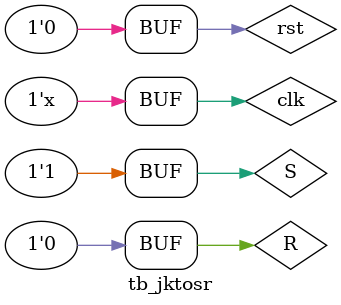
<source format=v>
`timescale 1ns / 1ps

module tb_jktosr();
wire q,qbar;
reg clk,rst,S,R;
JK_SRflipflop jkff1(q,qbar,S,R,rst,clk);
always #5 clk=~clk;
initial clk=0;
initial begin
rst=1; #10
rst=0;
S=0; R=0; #10;
S=0; R=1; #10;
S=1; R=0; #10;
S=0; R=0; #10;
S=0; R=1; #10;
S=1; R=0; #10;
end
endmodule

</source>
